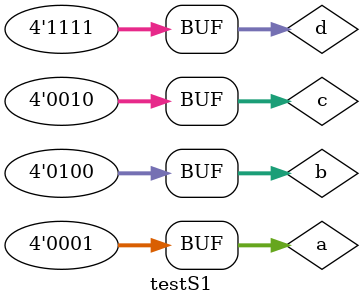
<source format=v>

module calculaS0(output s, input a, input b, input c, input d);
wire [1:0] sNot;
wire sAnd;
wire sOr;

not NOT1 (sNot[0], a);
not NOT2 (sNot[1], b);

and AND1 (sAnd, sNot[1], d);
or OR1 (sOr, sAnd, c);
and AND2 (s, sNot[0], sOr);
endmodule //calculaS0

module modS0(output [3:0] s, input [3:0] a,  input [3:0] b, input [3:0] c, input [3:0] d);
calculaS0 c1(s[0], a[0], b[0], c[0], d[0]);
calculaS0 c2(s[1], a[1], b[1], c[1], d[1]);
calculaS0 c3(s[2], a[2], b[2], c[2], d[2]);
calculaS0 c4(s[3], a[3], b[3], c[3], d[3]);
endmodule //modS0

module testS1;

reg [3:0] a;
reg [3:0] b;
reg [3:0] c;
reg [3:0] d;
wire [3:0] s;
modS0 testeS0 (s, a, b, c, d);
initial begin
 $display ("Exercício L");
 $display ("Úrsula Rosa - 427468");
 $display ("A      B    C    D    S");
 a=4'b0000; b=4'b0000; c=4'b0000; d=4'b0000;
 $monitor ("%b %b %b %b  %b",a,b,c,d,s);
  #1 a=4'b0001; b=4'b0000; c=4'b0000; d=4'b1100;
  #1 a=4'b0001; b=4'b0010; c=4'b0011; d=4'b0001;
  #1 a=4'b0001; b=4'b1000; c=4'b0111; d=4'b0011;
  #1 a=4'b0001; b=4'b0100; c=4'b0010; d=4'b1111;
end
endmodule //testS1
</source>
